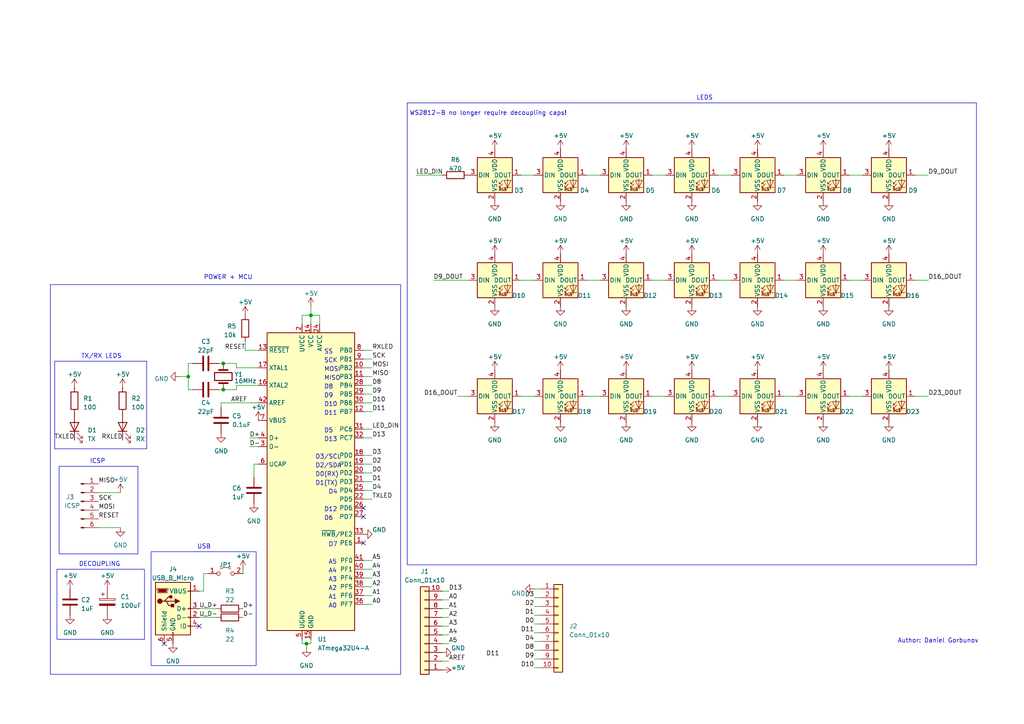
<source format=kicad_sch>
(kicad_sch (version 20230121) (generator eeschema)
  (paper "A4")
  (title_block (title "IEEE - DIY LEDs") (date "2024-03-17") (rev "v1"))
  (lib_symbols
    (symbol "Connector:Conn_01x06_Pin" (pin_names (offset 1.016) hide)
      (property "Reference" "J" (at 0 7.62 0))
      (property "Value" "Conn_01x06_Pin" (at 0 -10.16 0))
      (symbol "Conn_01x06_Pin_1_1"
        (polyline (pts (xy 1.27 -7.62) (xy 0.8636 -7.62)) (stroke (width 0.1524)))
        (polyline (pts (xy 1.27 -5.08) (xy 0.8636 -5.08)) (stroke (width 0.1524)))
        (polyline (pts (xy 1.27 -2.54) (xy 0.8636 -2.54)) (stroke (width 0.1524)))
        (polyline (pts (xy 1.27 0) (xy 0.8636 0)) (stroke (width 0.1524)))
        (polyline (pts (xy 1.27 2.54) (xy 0.8636 2.54)) (stroke (width 0.1524)))
        (polyline (pts (xy 1.27 5.08) (xy 0.8636 5.08)) (stroke (width 0.1524)))
        (rectangle (start 0.8636 -7.493) (end 0 -7.747) (stroke (width 0.1524)) (fill (type outline)))
        (rectangle (start 0.8636 -4.953) (end 0 -5.207) (stroke (width 0.1524)) (fill (type outline)))
        (rectangle (start 0.8636 -2.413) (end 0 -2.667) (stroke (width 0.1524)) (fill (type outline)))
        (rectangle (start 0.8636 0.127) (end 0 -0.127) (stroke (width 0.1524)) (fill (type outline)))
        (rectangle (start 0.8636 2.667) (end 0 2.413) (stroke (width 0.1524)) (fill (type outline)))
        (rectangle (start 0.8636 5.207) (end 0 4.953) (stroke (width 0.1524)) (fill (type outline)))
        (pin passive line (at 5.08 5.08 180) (length 3.81) (name "Pin_1") (number "1"))
        (pin passive line (at 5.08 2.54 180) (length 3.81) (name "Pin_2") (number "2"))
        (pin passive line (at 5.08 0 180) (length 3.81) (name "Pin_3") (number "3"))
        (pin passive line (at 5.08 -2.54 180) (length 3.81) (name "Pin_4") (number "4"))
        (pin passive line (at 5.08 -5.08 180) (length 3.81) (name "Pin_5") (number "5"))
        (pin passive line (at 5.08 -7.62 180) (length 3.81) (name "Pin_6") (number "6"))
      )
    )
    (symbol "Connector:USB_B_Micro" (pin_names (offset 1.016))
      (property "Reference" "J" (at -5.08 11.43 0))
      (property "Value" "USB_B_Micro" (at -5.08 8.89 0))
      (symbol "USB_B_Micro_0_1"
        (rectangle (start -5.08 -7.62) (end 5.08 7.62) (stroke (width 0.254)) (fill (type background)))
        (circle (center -3.81 2.159) (radius 0.635) (stroke (width 0.254)) (fill (type outline)))
        (circle (center -0.635 3.429) (radius 0.381) (stroke (width 0.254)) (fill (type outline)))
        (rectangle (start -0.127 -7.62) (end 0.127 -6.858))
        (polyline (pts (xy -1.905 2.159) (xy 0.635 2.159)) (stroke (width 0.254)))
        (polyline (pts (xy -3.175 2.159) (xy -2.54 2.159) (xy -1.27 3.429) (xy -0.635 3.429)) (stroke (width 0.254)))
        (polyline (pts (xy -2.54 2.159) (xy -1.905 2.159) (xy -1.27 0.889) (xy 0 0.889)) (stroke (width 0.254)))
        (polyline (pts (xy 0.635 2.794) (xy 0.635 1.524) (xy 1.905 2.159) (xy 0.635 2.794)) (stroke (width 0.254)) (fill (type outline)))
        (polyline (pts (xy -4.318 5.588) (xy -1.778 5.588) (xy -2.032 4.826) (xy -4.064 4.826) (xy -4.318 5.588)) (fill (type outline)))
        (polyline (pts (xy -4.699 5.842) (xy -4.699 5.588) (xy -4.445 4.826) (xy -4.445 4.572) (xy -1.651 4.572) (xy -1.651 4.826) (xy -1.397 5.588) (xy -1.397 5.842) (xy -4.699 5.842)))
        (rectangle (start 0.254 1.27) (end -0.508 0.508) (stroke (width 0.254)) (fill (type outline)))
        (rectangle (start 5.08 -5.207) (end 4.318 -4.953))
        (rectangle (start 5.08 -2.667) (end 4.318 -2.413))
        (rectangle (start 5.08 -0.127) (end 4.318 0.127))
        (rectangle (start 5.08 4.953) (end 4.318 5.207))
      )
      (symbol "USB_B_Micro_1_1"
        (pin power_out line (at 7.62 5.08 180) (length 2.54) (name "VBUS") (number "1"))
        (pin bidirectional line (at 7.62 -2.54 180) (length 2.54) (name "D-") (number "2"))
        (pin bidirectional line (at 7.62 0 180) (length 2.54) (name "D+") (number "3"))
        (pin passive line (at 7.62 -5.08 180) (length 2.54) (name "ID") (number "4"))
        (pin power_out line (at 0 -10.16 90) (length 2.54) (name "GND") (number "5"))
        (pin passive line (at -2.54 -10.16 90) (length 2.54) (name "Shield") (number "6"))
      )
    )
    (symbol "Connector_Generic:Conn_01x10" (pin_names (offset 1.016) hide)
      (property "Reference" "J" (at 0 12.7 0))
      (property "Value" "Conn_01x10" (at 0 -15.24 0))
      (symbol "Conn_01x10_1_1"
        (rectangle (start -1.27 -12.573) (end 0 -12.827) (stroke (width 0.1524)))
        (rectangle (start -1.27 -10.033) (end 0 -10.287) (stroke (width 0.1524)))
        (rectangle (start -1.27 -7.493) (end 0 -7.747) (stroke (width 0.1524)))
        (rectangle (start -1.27 -4.953) (end 0 -5.207) (stroke (width 0.1524)))
        (rectangle (start -1.27 -2.413) (end 0 -2.667) (stroke (width 0.1524)))
        (rectangle (start -1.27 0.127) (end 0 -0.127) (stroke (width 0.1524)))
        (rectangle (start -1.27 2.667) (end 0 2.413) (stroke (width 0.1524)))
        (rectangle (start -1.27 5.207) (end 0 4.953) (stroke (width 0.1524)))
        (rectangle (start -1.27 7.747) (end 0 7.493) (stroke (width 0.1524)))
        (rectangle (start -1.27 10.287) (end 0 10.033) (stroke (width 0.1524)))
        (rectangle (start -1.27 11.43) (end 1.27 -13.97) (stroke (width 0.254)) (fill (type background)))
        (pin passive line (at -5.08 10.16 0) (length 3.81) (name "Pin_1") (number "1"))
        (pin passive line (at -5.08 -12.7 0) (length 3.81) (name "Pin_10") (number "10"))
        (pin passive line (at -5.08 7.62 0) (length 3.81) (name "Pin_2") (number "2"))
        (pin passive line (at -5.08 5.08 0) (length 3.81) (name "Pin_3") (number "3"))
        (pin passive line (at -5.08 2.54 0) (length 3.81) (name "Pin_4") (number "4"))
        (pin passive line (at -5.08 0 0) (length 3.81) (name "Pin_5") (number "5"))
        (pin passive line (at -5.08 -2.54 0) (length 3.81) (name "Pin_6") (number "6"))
        (pin passive line (at -5.08 -5.08 0) (length 3.81) (name "Pin_7") (number "7"))
        (pin passive line (at -5.08 -7.62 0) (length 3.81) (name "Pin_8") (number "8"))
        (pin passive line (at -5.08 -10.16 0) (length 3.81) (name "Pin_9") (number "9"))
      )
    )
    (symbol "Device:C" (pin_numbers hide) (pin_names (offset 0.254))
      (property "Reference" "C" (at 0.635 2.54 0))
      (property "Value" "C" (at 0.635 -2.54 0))
      (symbol "C_0_1"
        (polyline (pts (xy -2.032 -0.762) (xy 2.032 -0.762)) (stroke (width 0.508)))
        (polyline (pts (xy -2.032 0.762) (xy 2.032 0.762)) (stroke (width 0.508)))
      )
      (symbol "C_1_1"
        (pin passive line (at 0 3.81 270) (length 2.794) (name "~") (number "1"))
        (pin passive line (at 0 -3.81 90) (length 2.794) (name "~") (number "2"))
      )
    )
    (symbol "Device:C_Polarized" (pin_numbers hide) (pin_names (offset 0.254))
      (property "Reference" "C" (at 0.635 2.54 0))
      (property "Value" "C_Polarized" (at 0.635 -2.54 0))
      (symbol "C_Polarized_0_1"
        (rectangle (start -2.286 0.508) (end 2.286 1.016))
        (polyline (pts (xy -1.778 2.286) (xy -0.762 2.286)))
        (polyline (pts (xy -1.27 2.794) (xy -1.27 1.778)))
        (rectangle (start 2.286 -0.508) (end -2.286 -1.016) (fill (type outline)))
      )
      (symbol "C_Polarized_1_1"
        (pin passive line (at 0 3.81 270) (length 2.794) (name "~") (number "1"))
        (pin passive line (at 0 -3.81 90) (length 2.794) (name "~") (number "2"))
      )
    )
    (symbol "Device:Crystal" (pin_numbers hide) (pin_names (offset 1.016) hide)
      (property "Reference" "Y" (at 0 3.81 0))
      (property "Value" "Crystal" (at 0 -3.81 0))
      (symbol "Crystal_0_1"
        (rectangle (start -1.143 2.54) (end 1.143 -2.54) (stroke (width 0.3048)))
        (polyline (pts (xy -2.54 0) (xy -1.905 0)))
        (polyline (pts (xy -1.905 -1.27) (xy -1.905 1.27)) (stroke (width 0.508)))
        (polyline (pts (xy 1.905 -1.27) (xy 1.905 1.27)) (stroke (width 0.508)))
        (polyline (pts (xy 2.54 0) (xy 1.905 0)))
      )
      (symbol "Crystal_1_1"
        (pin passive line (at -3.81 0 0) (length 1.27) (name "1") (number "1"))
        (pin passive line (at 3.81 0 180) (length 1.27) (name "2") (number "2"))
      )
    )
    (symbol "Device:LED" (pin_numbers hide) (pin_names (offset 1.016) hide)
      (property "Reference" "D" (at 0 2.54 0))
      (property "Value" "LED" (at 0 -2.54 0))
      (symbol "LED_0_1"
        (polyline (pts (xy -1.27 -1.27) (xy -1.27 1.27)) (stroke (width 0.254)))
        (polyline (pts (xy -1.27 0) (xy 1.27 0)))
        (polyline (pts (xy 1.27 -1.27) (xy 1.27 1.27) (xy -1.27 0) (xy 1.27 -1.27)) (stroke (width 0.254)))
        (polyline (pts (xy -3.048 -0.762) (xy -4.572 -2.286) (xy -3.81 -2.286) (xy -4.572 -2.286) (xy -4.572 -1.524)))
        (polyline (pts (xy -1.778 -0.762) (xy -3.302 -2.286) (xy -2.54 -2.286) (xy -3.302 -2.286) (xy -3.302 -1.524)))
      )
      (symbol "LED_1_1"
        (pin passive line (at -3.81 0 0) (length 2.54) (name "K") (number "1"))
        (pin passive line (at 3.81 0 180) (length 2.54) (name "A") (number "2"))
      )
    )
    (symbol "Device:R" (pin_numbers hide) (pin_names (offset 0))
      (property "Reference" "R" (at 2.032 0 90))
      (property "Value" "R" (at 0 0 90))
      (symbol "R_0_1"
        (rectangle (start -1.016 -2.54) (end 1.016 2.54) (stroke (width 0.254)))
      )
      (symbol "R_1_1"
        (pin passive line (at 0 3.81 270) (length 1.27) (name "~") (number "1"))
        (pin passive line (at 0 -3.81 90) (length 1.27) (name "~") (number "2"))
      )
    )
    (symbol "Jumper:Jumper_2_Open" (pin_names (offset 0) hide)
      (property "Reference" "JP" (at 0 2.794 0))
      (property "Value" "Jumper_2_Open" (at 0 -2.286 0))
      (symbol "Jumper_2_Open_0_0"
        (circle (center -2.032 0) (radius 0.508))
        (circle (center 2.032 0) (radius 0.508))
      )
      (symbol "Jumper_2_Open_0_1"
        (arc (start 1.524 1.27) (mid 0 1.778) (end -1.524 1.27))
      )
      (symbol "Jumper_2_Open_1_1"
        (pin passive line (at -5.08 0 0) (length 2.54) (name "A") (number "1"))
        (pin passive line (at 5.08 0 180) (length 2.54) (name "B") (number "2"))
      )
    )
    (symbol "LED:SK6812MINI" (pin_names (offset 0.254))
      (property "Reference" "D" (at 5.08 5.715 0))
      (property "Value" "SK6812MINI" (at 1.27 -5.715 0))
      (symbol "SK6812MINI_0_0"
        (text "RGB" (at 2.286 -4.191 0) (effects (font (size 0.762 0.762))))
      )
      (symbol "SK6812MINI_0_1"
        (polyline (pts (xy 1.27 -3.556) (xy 1.778 -3.556)))
        (polyline (pts (xy 1.27 -2.54) (xy 1.778 -2.54)))
        (polyline (pts (xy 4.699 -3.556) (xy 2.667 -3.556)))
        (polyline (pts (xy 2.286 -2.54) (xy 1.27 -3.556) (xy 1.27 -3.048)))
        (polyline (pts (xy 2.286 -1.524) (xy 1.27 -2.54) (xy 1.27 -2.032)))
        (polyline (pts (xy 3.683 -1.016) (xy 3.683 -3.556) (xy 3.683 -4.064)))
        (polyline (pts (xy 4.699 -1.524) (xy 2.667 -1.524) (xy 3.683 -3.556) (xy 4.699 -1.524)))
        (rectangle (start 5.08 5.08) (end -5.08 -5.08) (stroke (width 0.254)) (fill (type background)))
      )
      (symbol "SK6812MINI_1_1"
        (pin output line (at 7.62 0 180) (length 2.54) (name "DOUT") (number "1"))
        (pin power_in line (at 0 -7.62 90) (length 2.54) (name "VSS") (number "2"))
        (pin input line (at -7.62 0 0) (length 2.54) (name "DIN") (number "3"))
        (pin power_in line (at 0 7.62 270) (length 2.54) (name "VDD") (number "4"))
      )
    )
    (symbol "MCU_Microchip_ATmega:ATmega32U4-A"
      (property "Reference" "U" (at -12.7 44.45 0))
      (property "Value" "ATmega32U4-A" (at 2.54 -44.45 0))
      (symbol "ATmega32U4-A_0_1"
        (rectangle (start -12.7 -43.18) (end 12.7 43.18) (stroke (width 0.254)) (fill (type background)))
      )
      (symbol "ATmega32U4-A_1_1"
        (pin bidirectional line (at 15.24 -17.78 180) (length 2.54) (name "PE6") (number "1"))
        (pin bidirectional line (at 15.24 33.02 180) (length 2.54) (name "PB2") (number "10"))
        (pin bidirectional line (at 15.24 30.48 180) (length 2.54) (name "PB3") (number "11"))
        (pin bidirectional line (at 15.24 20.32 180) (length 2.54) (name "PB7") (number "12"))
        (pin input line (at -15.24 38.1 0) (length 2.54) (name "~{RESET}") (number "13"))
        (pin power_in line (at 0 45.72 270) (length 2.54) (name "VCC") (number "14"))
        (pin power_in line (at 0 -45.72 90) (length 2.54) (name "GND") (number "15"))
        (pin output line (at -15.24 27.94 0) (length 2.54) (name "XTAL2") (number "16"))
        (pin input line (at -15.24 33.02 0) (length 2.54) (name "XTAL1") (number "17"))
        (pin bidirectional line (at 15.24 7.62 180) (length 2.54) (name "PD0") (number "18"))
        (pin bidirectional line (at 15.24 5.08 180) (length 2.54) (name "PD1") (number "19"))
        (pin power_in line (at -2.54 45.72 270) (length 2.54) (name "UVCC") (number "2"))
        (pin bidirectional line (at 15.24 2.54 180) (length 2.54) (name "PD2") (number "20"))
        (pin bidirectional line (at 15.24 0 180) (length 2.54) (name "PD3") (number "21"))
        (pin bidirectional line (at 15.24 -5.08 180) (length 2.54) (name "PD5") (number "22"))
        (pin passive line (at 0 -45.72 90) (length 2.54) hide (name "GND") (number "23"))
        (pin power_in line (at 2.54 45.72 270) (length 2.54) (name "AVCC") (number "24"))
        (pin bidirectional line (at 15.24 -2.54 180) (length 2.54) (name "PD4") (number "25"))
        (pin bidirectional line (at 15.24 -7.62 180) (length 2.54) (name "PD6") (number "26"))
        (pin bidirectional line (at 15.24 -10.16 180) (length 2.54) (name "PD7") (number "27"))
        (pin bidirectional line (at 15.24 27.94 180) (length 2.54) (name "PB4") (number "28"))
        (pin bidirectional line (at 15.24 25.4 180) (length 2.54) (name "PB5") (number "29"))
        (pin bidirectional line (at -15.24 10.16 0) (length 2.54) (name "D-") (number "3"))
        (pin bidirectional line (at 15.24 22.86 180) (length 2.54) (name "PB6") (number "30"))
        (pin bidirectional line (at 15.24 15.24 180) (length 2.54) (name "PC6") (number "31"))
        (pin bidirectional line (at 15.24 12.7 180) (length 2.54) (name "PC7") (number "32"))
        (pin bidirectional line (at 15.24 -15.24 180) (length 2.54) (name "~{HWB}/PE2") (number "33"))
        (pin passive line (at 0 45.72 270) (length 2.54) hide (name "VCC") (number "34"))
        (pin passive line (at 0 -45.72 90) (length 2.54) hide (name "GND") (number "35"))
        (pin bidirectional line (at 15.24 -35.56 180) (length 2.54) (name "PF7") (number "36"))
        (pin bidirectional line (at 15.24 -33.02 180) (length 2.54) (name "PF6") (number "37"))
        (pin bidirectional line (at 15.24 -30.48 180) (length 2.54) (name "PF5") (number "38"))
        (pin bidirectional line (at 15.24 -27.94 180) (length 2.54) (name "PF4") (number "39"))
        (pin bidirectional line (at -15.24 12.7 0) (length 2.54) (name "D+") (number "4"))
        (pin bidirectional line (at 15.24 -25.4 180) (length 2.54) (name "PF1") (number "40"))
        (pin bidirectional line (at 15.24 -22.86 180) (length 2.54) (name "PF0") (number "41"))
        (pin passive line (at -15.24 22.86 0) (length 2.54) (name "AREF") (number "42"))
        (pin passive line (at 0 -45.72 90) (length 2.54) hide (name "GND") (number "43"))
        (pin passive line (at 2.54 45.72 270) (length 2.54) hide (name "AVCC") (number "44"))
        (pin passive line (at -2.54 -45.72 90) (length 2.54) (name "UGND") (number "5"))
        (pin passive line (at -15.24 5.08 0) (length 2.54) (name "UCAP") (number "6"))
        (pin input line (at -15.24 17.78 0) (length 2.54) (name "VBUS") (number "7"))
        (pin bidirectional line (at 15.24 38.1 180) (length 2.54) (name "PB0") (number "8"))
        (pin bidirectional line (at 15.24 35.56 180) (length 2.54) (name "PB1") (number "9"))
      )
    )
    (symbol "power:+5V" (power) (pin_names (offset 0))
      (property "Value" "+5V" (at 0 3.556 0))
      (symbol "+5V_0_1"
        (polyline (pts (xy -0.762 1.27) (xy 0 2.54)))
        (polyline (pts (xy 0 0) (xy 0 2.54)))
        (polyline (pts (xy 0 2.54) (xy 0.762 1.27)))
      )
      (symbol "+5V_1_1"
        (pin power_in line (at 0 0 90) (length 0) hide (name "+5V") (number "1"))
      )
    )
    (symbol "power:GND" (power) (pin_names (offset 0))
      (property "Value" "GND" (at 0 -3.81 0))
      (symbol "GND_0_1"
        (polyline (pts (xy 0 0) (xy 0 -1.27) (xy 1.27 -1.27) (xy 0 -2.54) (xy -1.27 -1.27) (xy 0 -1.27)))
      )
      (symbol "GND_1_1"
        (pin power_in line (at 0 0 270) (length 0) hide (name "GND") (number "1"))
      )
    )
  )
  (junction (at 54.61 109.22))
  (junction (at 64.77 105.41))
  (junction (at 90.17 91.44))
  (junction (at 64.77 113.03))
  (junction (at 88.9 186.69))
  (no_connect (at 105.41 157.48))
  (no_connect (at 105.41 149.86))
  (no_connect (at 57.785 181.61))
  (no_connect (at 105.41 147.32))
  (no_connect (at 47.625 186.69))
  (wire (pts (xy 128.27 171.45) (xy 130.175 171.45)))
  (wire (pts (xy 105.41 137.16) (xy 107.95 137.16)))
  (wire (pts (xy 154.94 186.055) (xy 156.845 186.055)))
  (wire (pts (xy 105.41 132.08) (xy 107.95 132.08)))
  (wire (pts (xy 63.5 105.41) (xy 64.77 105.41)))
  (wire (pts (xy 132.715 114.935) (xy 135.89 114.935)))
  (wire (pts (xy 105.41 116.84) (xy 107.95 116.84)))
  (wire (pts (xy 227.33 50.8) (xy 231.14 50.8)))
  (wire (pts (xy 154.94 188.595) (xy 156.845 188.595)))
  (wire (pts (xy 105.41 101.6) (xy 107.95 101.6)))
  (wire (pts (xy 63.5 113.03) (xy 64.77 113.03)))
  (wire (pts (xy 87.63 185.42) (xy 87.63 186.69)))
  (wire (pts (xy 189.23 114.935) (xy 193.04 114.935)))
  (wire (pts (xy 64.135 116.84) (xy 74.93 116.84)))
  (wire (pts (xy 128.27 184.15) (xy 130.175 184.15)))
  (wire (pts (xy 68.58 111.76) (xy 68.58 113.03)))
  (wire (pts (xy 105.41 104.14) (xy 107.95 104.14)))
  (wire (pts (xy 105.41 111.76) (xy 107.95 111.76)))
  (wire (pts (xy 105.41 167.64) (xy 107.95 167.64)))
  (wire (pts (xy 107.95 106.68) (xy 105.41 106.68)))
  (wire (pts (xy 128.27 186.69) (xy 130.175 186.69)))
  (wire (pts (xy 105.41 124.46) (xy 107.95 124.46)))
  (wire (pts (xy 105.41 134.62) (xy 107.95 134.62)))
  (wire (pts (xy 74.93 106.68) (xy 68.58 106.68)))
  (wire (pts (xy 54.61 113.03) (xy 55.88 113.03)))
  (wire (pts (xy 128.27 173.99) (xy 130.175 173.99)))
  (wire (pts (xy 189.23 81.28) (xy 193.04 81.28)))
  (wire (pts (xy 154.94 191.135) (xy 156.845 191.135)))
  (wire (pts (xy 128.27 191.77) (xy 130.175 191.77)))
  (wire (pts (xy 59.055 166.37) (xy 59.055 171.45)))
  (wire (pts (xy 54.61 105.41) (xy 54.61 109.22)))
  (wire (pts (xy 170.18 114.935) (xy 173.99 114.935)))
  (wire (pts (xy 170.18 81.28) (xy 173.99 81.28)))
  (wire (pts (xy 246.38 114.935) (xy 250.19 114.935)))
  (wire (pts (xy 105.41 175.26) (xy 107.95 175.26)))
  (wire (pts (xy 34.925 153.035) (xy 28.575 153.035)))
  (wire (pts (xy 105.41 127) (xy 107.95 127)))
  (wire (pts (xy 105.41 165.1) (xy 107.95 165.1)))
  (wire (pts (xy 90.17 186.69) (xy 88.9 186.69)))
  (wire (pts (xy 105.41 142.24) (xy 107.95 142.24)))
  (wire (pts (xy 72.39 127) (xy 74.93 127)))
  (wire (pts (xy 208.28 81.28) (xy 212.09 81.28)))
  (wire (pts (xy 73.66 134.62) (xy 74.93 134.62)))
  (wire (pts (xy 105.41 144.78) (xy 107.95 144.78)))
  (wire (pts (xy 59.055 171.45) (xy 57.785 171.45)))
  (wire (pts (xy 68.58 105.41) (xy 64.77 105.41)))
  (wire (pts (xy 62.865 176.53) (xy 57.785 176.53)))
  (wire (pts (xy 120.65 50.8) (xy 128.27 50.8)))
  (wire (pts (xy 68.58 113.03) (xy 64.77 113.03)))
  (wire (pts (xy 151.13 114.935) (xy 154.94 114.935)))
  (wire (pts (xy 90.17 91.44) (xy 90.17 88.9)))
  (wire (pts (xy 62.865 179.07) (xy 57.785 179.07)))
  (wire (pts (xy 154.94 170.815) (xy 156.845 170.815)))
  (wire (pts (xy 105.41 172.72) (xy 107.95 172.72)))
  (wire (pts (xy 87.63 186.69) (xy 88.9 186.69)))
  (wire (pts (xy 265.43 114.935) (xy 269.24 114.935)))
  (wire (pts (xy 68.58 106.68) (xy 68.58 105.41)))
  (wire (pts (xy 154.94 193.675) (xy 156.845 193.675)))
  (wire (pts (xy 265.43 81.28) (xy 269.24 81.28)))
  (wire (pts (xy 90.17 91.44) (xy 90.17 93.98)))
  (wire (pts (xy 151.13 81.28) (xy 154.94 81.28)))
  (wire (pts (xy 154.94 180.975) (xy 156.845 180.975)))
  (wire (pts (xy 92.71 93.98) (xy 92.71 91.44)))
  (wire (pts (xy 105.41 119.38) (xy 107.95 119.38)))
  (wire (pts (xy 208.28 50.8) (xy 212.09 50.8)))
  (wire (pts (xy 105.41 170.18) (xy 107.95 170.18)))
  (wire (pts (xy 87.63 91.44) (xy 90.17 91.44)))
  (wire (pts (xy 151.13 50.8) (xy 154.94 50.8)))
  (wire (pts (xy 72.39 129.54) (xy 74.93 129.54)))
  (wire (pts (xy 71.12 99.06) (xy 71.12 101.6)))
  (wire (pts (xy 70.485 165.1) (xy 70.485 166.37)))
  (wire (pts (xy 128.27 179.07) (xy 130.175 179.07)))
  (wire (pts (xy 88.9 186.69) (xy 88.9 187.96)))
  (wire (pts (xy 71.12 101.6) (xy 74.93 101.6)))
  (wire (pts (xy 60.325 166.37) (xy 59.055 166.37)))
  (wire (pts (xy 128.27 176.53) (xy 130.175 176.53)))
  (wire (pts (xy 189.23 50.8) (xy 193.04 50.8)))
  (wire (pts (xy 105.41 114.3) (xy 107.95 114.3)))
  (wire (pts (xy 227.33 114.935) (xy 231.14 114.935)))
  (wire (pts (xy 54.61 109.22) (xy 52.07 109.22)))
  (wire (pts (xy 208.28 114.935) (xy 212.09 114.935)))
  (wire (pts (xy 246.38 81.28) (xy 250.19 81.28)))
  (wire (pts (xy 246.38 50.8) (xy 250.19 50.8)))
  (wire (pts (xy 265.43 50.8) (xy 269.24 50.8)))
  (wire (pts (xy 154.94 175.895) (xy 156.845 175.895)))
  (wire (pts (xy 34.925 142.875) (xy 28.575 142.875)))
  (wire (pts (xy 105.41 109.22) (xy 107.95 109.22)))
  (wire (pts (xy 128.27 181.61) (xy 130.175 181.61)))
  (wire (pts (xy 54.61 109.22) (xy 54.61 113.03)))
  (wire (pts (xy 125.73 81.28) (xy 135.89 81.28)))
  (wire (pts (xy 64.135 116.84) (xy 64.135 118.11)))
  (wire (pts (xy 154.94 183.515) (xy 156.845 183.515)))
  (wire (pts (xy 105.41 162.56) (xy 107.95 162.56)))
  (wire (pts (xy 170.18 50.8) (xy 173.99 50.8)))
  (wire (pts (xy 92.71 91.44) (xy 90.17 91.44)))
  (wire (pts (xy 90.17 185.42) (xy 90.17 186.69)))
  (wire (pts (xy 54.61 105.41) (xy 55.88 105.41)))
  (wire (pts (xy 227.33 81.28) (xy 231.14 81.28)))
  (wire (pts (xy 154.94 173.355) (xy 156.845 173.355)))
  (wire (pts (xy 74.93 111.76) (xy 68.58 111.76)))
  (wire (pts (xy 154.94 178.435) (xy 156.845 178.435)))
  (wire (pts (xy 105.41 139.7) (xy 107.95 139.7)))
  (wire (pts (xy 73.66 138.43) (xy 73.66 134.62)))
  (wire (pts (xy 87.63 93.98) (xy 87.63 91.44)))
  (rectangle (start 118.11 29.845) (end 283.21 163.83))
  (rectangle (start 15.875 104.775) (end 42.545 130.175))
  (rectangle (start 14.605 82.55) (end 116.205 195.58))
  (rectangle (start 16.51 165.1) (end 41.91 185.42))
  (rectangle (start 17.145 135.255) (end 40.005 160.655))
  (rectangle (start 43.815 160.02) (end 74.295 193.04))
  (text "MOSI" (at 93.98 107.95 0) (effects (font (size 1.27 1.27)) (justify left bottom)))
  (text "D4" (at 95.25 143.51 0) (effects (font (size 1.27 1.27)) (justify left bottom)))
  (text "A4" (at 95.25 166.37 0) (effects (font (size 1.27 1.27)) (justify left bottom)))
  (text "D2/SDA" (at 91.44 135.89 0) (effects (font (size 1.27 1.27)) (justify left bottom)))
  (text "LEDS" (at 201.93 29.21 0) (effects (font (size 1.27 1.27)) (justify left bottom)))
  (text "D8" (at 93.98 113.03 0) (effects (font (size 1.27 1.27)) (justify left bottom)))
  (text "D11" (at 93.98 120.65 0) (effects (font (size 1.27 1.27)) (justify left bottom)))
  (text "D3/SCL" (at 91.44 133.35 0) (effects (font (size 1.27 1.27)) (justify left bottom)))
  (text "USB" (at 57.15 159.385 0) (effects (font (size 1.27 1.27)) (justify left bottom)))
  (text "D9" (at 93.98 115.57 0) (effects (font (size 1.27 1.27)) (justify left bottom)))
  (text "A2" (at 95.25 171.45 0) (effects (font (size 1.27 1.27)) (justify left bottom)))
  (text "DECOUPLING" (at 22.86 164.465 0) (effects (font (size 1.27 1.27)) (justify left bottom)))
  (text "D6" (at 93.98 151.13 0) (effects (font (size 1.27 1.27)) (justify left bottom)))
  (text "D1(TX)" (at 91.44 140.97 0) (effects (font (size 1.27 1.27)) (justify left bottom)))
  (text "A1" (at 95.25 173.99 0) (effects (font (size 1.27 1.27)) (justify left bottom)))
  (text "D13" (at 93.98 128.27 0) (effects (font (size 1.27 1.27)) (justify left bottom)))
  (text "D5" (at 93.98 125.73 0) (effects (font (size 1.27 1.27)) (justify left bottom)))
  (text "A0" (at 95.25 176.53 0) (effects (font (size 1.27 1.27)) (justify left bottom)))
  (text "WS2812-B no longer require decoupling caps!" (at 118.745 33.655 0) (effects (font (size 1.27 1.27)) (justify left bottom)))
  (text "Author: Daniel Gorbunov" (at 260.35 186.69 0) (effects (font (size 1.27 1.27)) (justify left bottom)))
  (text "MISO" (at 93.98 110.49 0) (effects (font (size 1.27 1.27)) (justify left bottom)))
  (text "D10" (at 93.98 118.11 0) (effects (font (size 1.27 1.27)) (justify left bottom)))
  (text "SS" (at 93.98 102.87 0) (effects (font (size 1.27 1.27)) (justify left bottom)))
  (text "A5" (at 95.25 163.83 0) (effects (font (size 1.27 1.27)) (justify left bottom)))
  (text "A3" (at 95.25 168.91 0) (effects (font (size 1.27 1.27)) (justify left bottom)))
  (text "POWER + MCU" (at 59.055 81.28 0) (effects (font (size 1.27 1.27)) (justify left bottom)))
  (text "TX/RX LEDS" (at 23.495 104.14 0) (effects (font (size 1.27 1.27)) (justify left bottom)))
  (text "ICSP" (at 26.035 134.62 0) (effects (font (size 1.27 1.27)) (justify left bottom)))
  (text "SCK" (at 93.98 105.41 0) (effects (font (size 1.27 1.27)) (justify left bottom)))
  (text "D12" (at 93.98 148.59 0) (effects (font (size 1.27 1.27)) (justify left bottom)))
  (text "D0(RX)" (at 91.44 138.43 0) (effects (font (size 1.27 1.27)) (justify left bottom)))
  (text "D7" (at 95.25 158.75 0) (effects (font (size 1.27 1.27)) (justify left bottom)))
  (label "A3" (at 130.175 181.61 0))
  (label "A5" (at 107.95 162.56 0))
  (label "A2" (at 130.175 179.07 0))
  (label "A4" (at 107.95 165.1 0))
  (label "D0" (at 154.94 180.975 180))
  (label "SCK" (at 107.95 104.14 0))
  (label "TXLED" (at 21.59 127.635 180))
  (label "D-" (at 72.39 129.54 0))
  (label "D1" (at 107.95 139.7 0))
  (label "AREF" (at 71.755 116.84 180))
  (label "A0" (at 107.95 175.26 0))
  (label "D2" (at 107.95 134.62 0))
  (label "LED_DIN" (at 107.95 124.46 0))
  (label "D13" (at 130.175 171.45 0))
  (label "D16_DOUT" (at 269.24 81.28 0))
  (label "SCK" (at 28.575 145.415 0))
  (label "U_D-" (at 57.785 179.07 0))
  (label "LED_DIN" (at 120.65 50.8 0))
  (label "RXLED" (at 35.56 127.635 180))
  (label "D10" (at 107.95 116.84 0))
  (label "D16_DOUT" (at 132.715 114.935 180))
  (label "RESET" (at 71.12 101.6 180))
  (label "D11" (at 140.97 190.5 0))
  (label "D2" (at 154.94 175.895 180))
  (label "A2" (at 107.95 170.18 0))
  (label "D3" (at 154.94 173.355 180))
  (label "D1" (at 154.94 178.435 180))
  (label "D0" (at 107.95 137.16 0))
  (label "A5" (at 130.175 186.69 0))
  (label "D4" (at 107.95 142.24 0))
  (label "D13" (at 107.95 127 0))
  (label "A1" (at 130.175 176.53 0))
  (label "D9" (at 107.95 114.3 0))
  (label "D8" (at 154.94 188.595 180))
  (label "D-" (at 70.485 179.07 0))
  (label "MOSI" (at 28.575 147.955 0))
  (label "D3" (at 107.95 132.08 0))
  (label "A4" (at 130.175 184.15 0))
  (label "TXLED" (at 107.95 144.78 0))
  (label "D10" (at 154.94 193.675 180))
  (label "RXLED" (at 107.95 101.6 0))
  (label "D23_DOUT" (at 269.24 114.935 0))
  (label "D+" (at 70.485 176.53 0))
  (label "A0" (at 130.175 173.99 0))
  (label "D11" (at 154.94 183.515 180))
  (label "A1" (at 107.95 172.72 0))
  (label "RESET" (at 28.575 150.495 0))
  (label "MISO" (at 107.95 109.22 0))
  (label "D9_DOUT" (at 125.73 81.28 0))
  (label "MISO" (at 28.575 140.335 0))
  (label "D+" (at 72.39 127 0))
  (label "D9_DOUT" (at 269.24 50.8 0))
  (label "MOSI" (at 107.95 106.68 0))
  (label "D4" (at 154.94 186.055 180))
  (label "U_D+" (at 57.785 176.53 0))
  (label "D9" (at 154.94 191.135 180))
  (label "D11" (at 107.95 119.38 0))
  (label "A3" (at 107.95 167.64 0))
  (label "AREF" (at 130.175 191.77 0))
  (label "D8" (at 107.95 111.76 0))
  (symbol (lib_id "power:+5V") (at 70.485 165.1 0) (unit 1)
    (property "Reference" "#PWR016" (effects hide))
    (property "Value" "+5V" (at 70.485 161.29 0))
  )
  (symbol (lib_id "power:GND") (at 162.56 58.42 0) (unit 1)
    (property "Reference" "#PWR024" (effects hide))
    (property "Value" "GND" (at 162.56 63.5 0))
  )
  (symbol (lib_id "power:+5V") (at 74.93 121.92 0) (unit 1)
    (property "Reference" "#PWR017" (effects hide))
    (property "Value" "+5V" (at 74.93 118.11 0))
  )
  (symbol (lib_id "Device:R") (at 66.675 179.07 270) (unit 1)
    (property "Reference" "R4" (at 66.675 182.88 90))
    (property "Value" "22" (at 66.675 185.42 90))
    (property "Footprint" "Resistor_SMD:R_0805_2012Metric_Pad1.20x1.40mm_HandSolder" (effects hide))
  )
  (symbol (lib_id "power:+5V") (at 181.61 43.18 0) (unit 1)
    (property "Reference" "#PWR03" (effects hide))
    (property "Value" "+5V" (at 181.61 39.37 0))
  )
  (symbol (lib_id "power:GND") (at 73.66 146.05 0) (unit 1)
    (property "Reference" "#PWR015" (effects hide))
    (property "Value" "GND" (at 73.66 151.13 0))
  )
  (symbol (lib_id "power:+5V") (at 143.51 107.315 0) (unit 1)
    (property "Reference" "#PWR050" (effects hide))
    (property "Value" "+5V" (at 143.51 103.505 0))
  )
  (symbol (lib_id "LED:SK6812MINI") (at 143.51 50.8 0) (unit 1)
    (property "Reference" "D3" (at 150.495 55.245 0))
    (property "Value" "SK6812MINI" (effects hide))
    (property "Footprint" "LED_SMD:LED_SK6812MINI_PLCC4_3.5x3.5mm_P1.75mm" (effects hide))
    (property "Datasheet" "https://cdn-shop.adafruit.com/product-files/2686/SK6812MINI_REV.01-1-2.pdf" (effects hide))
  )
  (symbol (lib_id "power:+5V") (at 143.51 73.66 0) (unit 1)
    (property "Reference" "#PWR031" (effects hide))
    (property "Value" "+5V" (at 143.51 69.85 0))
  )
  (symbol (lib_id "power:+5V") (at 90.17 88.9 0) (unit 1)
    (property "Reference" "#PWR046" (effects hide))
    (property "Value" "+5V" (at 90.17 85.09 0))
  )
  (symbol (lib_id "LED:SK6812MINI") (at 257.81 114.935 0) (unit 1)
    (property "Reference" "D23" (at 264.795 119.38 0))
    (property "Value" "SK6812MINI" (effects hide))
    (property "Footprint" "LED_SMD:LED_SK6812MINI_PLCC4_3.5x3.5mm_P1.75mm" (effects hide))
    (property "Datasheet" "https://cdn-shop.adafruit.com/product-files/2686/SK6812MINI_REV.01-1-2.pdf" (effects hide))
  )
  (symbol (lib_id "power:GND") (at 162.56 88.9 0) (unit 1)
    (property "Reference" "#PWR034" (effects hide))
    (property "Value" "GND" (at 162.56 93.98 0))
  )
  (symbol (lib_id "MCU_Microchip_ATmega:ATmega32U4-A") (at 90.17 139.7 0) (unit 1)
    (property "Reference" "U1" (at 92.1259 185.42 0) (effects (justify left)))
    (property "Value" "ATmega32U4-A" (at 92.1259 187.96 0) (effects (justify left)))
    (property "Footprint" "Package_QFP:TQFP-44_10x10mm_P0.8mm" (effects hide))
    (property "Datasheet" "http://ww1.microchip.com/downloads/en/DeviceDoc/Atmel-7766-8-bit-AVR-ATmega16U4-32U4_Datasheet.pdf" (effects hide))
  )
  (symbol (lib_id "LED:SK6812MINI") (at 257.81 50.8 0) (unit 1)
    (property "Reference" "D9" (at 264.795 55.245 0))
    (property "Value" "SK6812MINI" (effects hide))
    (property "Footprint" "LED_SMD:LED_SK6812MINI_PLCC4_3.5x3.5mm_P1.75mm" (effects hide))
    (property "Datasheet" "https://cdn-shop.adafruit.com/product-files/2686/SK6812MINI_REV.01-1-2.pdf" (effects hide))
  )
  (symbol (lib_id "Device:R") (at 66.675 176.53 270) (unit 1)
    (property "Reference" "R3" (at 66.675 171.45 90))
    (property "Value" "22" (at 66.675 173.99 90))
    (property "Footprint" "Resistor_SMD:R_0805_2012Metric_Pad1.20x1.40mm_HandSolder" (effects hide))
  )
  (symbol (lib_id "power:+5V") (at 238.76 73.66 0) (unit 1)
    (property "Reference" "#PWR041" (effects hide))
    (property "Value" "+5V" (at 238.76 69.85 0))
  )
  (symbol (lib_id "Device:LED") (at 21.59 123.825 90) (unit 1)
    (property "Reference" "D1" (at 25.4 124.7775 90) (effects (justify right)))
    (property "Value" "TX" (at 25.4 127.3175 90) (effects (justify right)))
    (property "Footprint" "LED_SMD:LED_0805_2012Metric_Pad1.15x1.40mm_HandSolder" (effects hide))
  )
  (symbol (lib_id "Connector:Conn_01x06_Pin") (at 23.495 145.415 0) (unit 1)
    (property "Reference" "J3" (at 20.32 144.145 0))
    (property "Value" "ICSP" (at 20.955 146.685 0))
    (property "Footprint" "Connector_PinHeader_2.54mm:PinHeader_2x03_P2.54mm_Vertical" (effects hide))
  )
  (symbol (lib_id "power:GND") (at 257.81 88.9 0) (unit 1)
    (property "Reference" "#PWR044" (effects hide))
    (property "Value" "GND" (at 257.81 93.98 0))
  )
  (symbol (lib_id "power:GND") (at 20.32 178.435 0) (unit 1)
    (property "Reference" "#PWR08" (effects hide))
    (property "Value" "GND" (at 20.32 183.515 0))
  )
  (symbol (lib_id "power:+5V") (at 35.56 112.395 0) (unit 1)
    (property "Reference" "#PWR06" (effects hide))
    (property "Value" "+5V" (at 35.56 108.585 0))
  )
  (symbol (lib_id "Connector_Generic:Conn_01x10") (at 161.925 180.975 0) (unit 1)
    (property "Reference" "J2" (at 165.1 181.61 0) (effects (justify left)))
    (property "Value" "Conn_01x10" (at 165.1 184.15 0) (effects (justify left)))
    (property "Footprint" "Connector_PinHeader_2.54mm:PinHeader_1x10_P2.54mm_Vertical" (effects hide))
  )
  (symbol (lib_id "LED:SK6812MINI") (at 143.51 81.28 0) (unit 1)
    (property "Reference" "D10" (at 150.495 85.725 0))
    (property "Value" "SK6812MINI" (effects hide))
    (property "Footprint" "LED_SMD:LED_SK6812MINI_PLCC4_3.5x3.5mm_P1.75mm" (effects hide))
    (property "Datasheet" "https://cdn-shop.adafruit.com/product-files/2686/SK6812MINI_REV.01-1-2.pdf" (effects hide))
  )
  (symbol (lib_id "Device:C") (at 73.66 142.24 0) (unit 1)
    (property "Reference" "C6" (at 67.31 141.605 0) (effects (justify left)))
    (property "Value" "1uF" (at 67.31 144.145 0) (effects (justify left)))
    (property "Footprint" "Capacitor_SMD:C_0805_2012Metric_Pad1.18x1.45mm_HandSolder" (effects hide))
  )
  (symbol (lib_id "power:+5V") (at 200.66 43.18 0) (unit 1)
    (property "Reference" "#PWR05" (effects hide))
    (property "Value" "+5V" (at 200.66 39.37 0))
  )
  (symbol (lib_id "power:GND") (at 52.07 109.22 270) (unit 1)
    (property "Reference" "#PWR09" (effects hide))
    (property "Value" "GND" (at 48.895 109.855 90) (effects (justify right)))
  )
  (symbol (lib_id "Device:Crystal") (at 64.77 109.22 270) (unit 1)
    (property "Reference" "Y1" (at 67.945 108.585 90) (effects (justify left)))
    (property "Value" "16MHz" (at 67.945 110.49 90) (effects (justify left)))
    (property "Footprint" "Crystal:Crystal_SMD_5032-2Pin_5.0x3.2mm" (effects hide))
  )
  (symbol (lib_id "power:+5V") (at 162.56 73.66 0) (unit 1)
    (property "Reference" "#PWR033" (effects hide))
    (property "Value" "+5V" (at 162.56 69.85 0))
  )
  (symbol (lib_id "power:+5V") (at 34.925 142.875 0) (unit 1)
    (property "Reference" "#PWR011" (effects hide))
    (property "Value" "+5V" (at 34.925 139.065 0))
  )
  (symbol (lib_id "Device:LED") (at 35.56 123.825 90) (unit 1)
    (property "Reference" "D2" (at 39.37 124.7775 90) (effects (justify right)))
    (property "Value" "RX" (at 39.37 127.3175 90) (effects (justify right)))
    (property "Footprint" "LED_SMD:LED_0805_2012Metric_Pad1.15x1.40mm_HandSolder" (effects hide))
  )
  (symbol (lib_id "power:GND") (at 181.61 122.555 0) (unit 1)
    (property "Reference" "#PWR055" (effects hide))
    (property "Value" "GND" (at 181.61 127.635 0))
  )
  (symbol (lib_id "Device:C") (at 20.32 174.625 0) (unit 1)
    (property "Reference" "C2" (at 23.495 173.99 0) (effects (justify left)))
    (property "Value" "1uF" (at 23.495 176.53 0) (effects (justify left)))
    (property "Footprint" "Capacitor_SMD:C_0805_2012Metric_Pad1.18x1.45mm_HandSolder" (effects hide))
  )
  (symbol (lib_id "power:+5V") (at 181.61 107.315 0) (unit 1)
    (property "Reference" "#PWR054" (effects hide))
    (property "Value" "+5V" (at 181.61 103.505 0))
  )
  (symbol (lib_id "LED:SK6812MINI") (at 257.81 81.28 0) (unit 1)
    (property "Reference" "D16" (at 264.795 85.725 0))
    (property "Value" "SK6812MINI" (effects hide))
    (property "Footprint" "LED_SMD:LED_SK6812MINI_PLCC4_3.5x3.5mm_P1.75mm" (effects hide))
    (property "Datasheet" "https://cdn-shop.adafruit.com/product-files/2686/SK6812MINI_REV.01-1-2.pdf" (effects hide))
  )
  (symbol (lib_id "Device:R") (at 132.08 50.8 90) (unit 1)
    (property "Reference" "R6" (at 132.08 46.355 90))
    (property "Value" "470" (at 132.08 48.895 90))
    (property "Footprint" "Resistor_SMD:R_0805_2012Metric_Pad1.20x1.40mm_HandSolder" (effects hide))
  )
  (symbol (lib_id "power:+5V") (at 128.27 194.31 270) (unit 1)
    (property "Reference" "#PWR047" (effects hide))
    (property "Value" "+5V" (at 130.81 193.675 90) (effects (justify left)))
  )
  (symbol (lib_id "power:+5V") (at 200.66 73.66 0) (unit 1)
    (property "Reference" "#PWR037" (effects hide))
    (property "Value" "+5V" (at 200.66 69.85 0))
  )
  (symbol (lib_id "LED:SK6812MINI") (at 162.56 81.28 0) (unit 1)
    (property "Reference" "D11" (at 169.545 85.725 0))
    (property "Value" "SK6812MINI" (effects hide))
    (property "Footprint" "LED_SMD:LED_SK6812MINI_PLCC4_3.5x3.5mm_P1.75mm" (effects hide))
    (property "Datasheet" "https://cdn-shop.adafruit.com/product-files/2686/SK6812MINI_REV.01-1-2.pdf" (effects hide))
  )
  (symbol (lib_id "power:GND") (at 34.925 153.035 0) (unit 1)
    (property "Reference" "#PWR012" (effects hide))
    (property "Value" "GND" (at 34.925 158.115 0))
  )
  (symbol (lib_id "LED:SK6812MINI") (at 162.56 50.8 0) (unit 1)
    (property "Reference" "D4" (at 169.545 55.245 0))
    (property "Value" "SK6812MINI" (effects hide))
    (property "Footprint" "LED_SMD:LED_SK6812MINI_PLCC4_3.5x3.5mm_P1.75mm" (effects hide))
    (property "Datasheet" "https://cdn-shop.adafruit.com/product-files/2686/SK6812MINI_REV.01-1-2.pdf" (effects hide))
  )
  (symbol (lib_id "power:GND") (at 219.71 88.9 0) (unit 1)
    (property "Reference" "#PWR040" (effects hide))
    (property "Value" "GND" (at 219.71 93.98 0))
  )
  (symbol (lib_id "power:GND") (at 105.41 154.94 90) (unit 1)
    (property "Reference" "#PWR020" (effects hide))
    (property "Value" "GND" (at 107.95 153.67 90) (effects (justify right)))
  )
  (symbol (lib_id "power:GND") (at 219.71 58.42 0) (unit 1)
    (property "Reference" "#PWR026" (effects hide))
    (property "Value" "GND" (at 219.71 63.5 0))
  )
  (symbol (lib_id "LED:SK6812MINI") (at 200.66 50.8 0) (unit 1)
    (property "Reference" "D6" (at 207.645 55.245 0))
    (property "Value" "SK6812MINI" (effects hide))
    (property "Footprint" "LED_SMD:LED_SK6812MINI_PLCC4_3.5x3.5mm_P1.75mm" (effects hide))
    (property "Datasheet" "https://cdn-shop.adafruit.com/product-files/2686/SK6812MINI_REV.01-1-2.pdf" (effects hide))
  )
  (symbol (lib_id "Device:R") (at 35.56 116.205 180) (unit 1)
    (property "Reference" "R2" (at 38.1 115.57 0) (effects (justify right)))
    (property "Value" "100" (at 38.1 118.11 0) (effects (justify right)))
    (property "Footprint" "Resistor_SMD:R_0805_2012Metric_Pad1.20x1.40mm_HandSolder" (effects hide))
  )
  (symbol (lib_id "Device:C") (at 59.69 113.03 270) (unit 1)
    (property "Reference" "C4" (at 59.69 116.84 90))
    (property "Value" "22pF" (at 59.69 119.38 90))
    (property "Footprint" "Capacitor_SMD:C_0805_2012Metric_Pad1.18x1.45mm_HandSolder" (effects hide))
  )
  (symbol (lib_id "LED:SK6812MINI") (at 143.51 114.935 0) (unit 1)
    (property "Reference" "D17" (at 150.495 119.38 0))
    (property "Value" "SK6812MINI" (effects hide))
    (property "Footprint" "LED_SMD:LED_SK6812MINI_PLCC4_3.5x3.5mm_P1.75mm" (effects hide))
    (property "Datasheet" "https://cdn-shop.adafruit.com/product-files/2686/SK6812MINI_REV.01-1-2.pdf" (effects hide))
  )
  (symbol (lib_id "LED:SK6812MINI") (at 181.61 81.28 0) (unit 1)
    (property "Reference" "D12" (at 188.595 85.725 0))
    (property "Value" "SK6812MINI" (effects hide))
    (property "Footprint" "LED_SMD:LED_SK6812MINI_PLCC4_3.5x3.5mm_P1.75mm" (effects hide))
    (property "Datasheet" "https://cdn-shop.adafruit.com/product-files/2686/SK6812MINI_REV.01-1-2.pdf" (effects hide))
  )
  (symbol (lib_id "power:GND") (at 181.61 88.9 0) (unit 1)
    (property "Reference" "#PWR036" (effects hide))
    (property "Value" "GND" (at 181.61 93.98 0))
  )
  (symbol (lib_id "power:+5V") (at 71.12 91.44 0) (unit 1)
    (property "Reference" "#PWR014" (effects hide))
    (property "Value" "+5V" (at 71.12 87.63 0))
  )
  (symbol (lib_id "Connector:USB_B_Micro") (at 50.165 176.53 0) (unit 1)
    (property "Reference" "J4" (at 50.165 165.1 0))
    (property "Value" "USB_B_Micro" (at 50.165 167.64 0))
    (property "Footprint" "Connector_USB:USB_Micro-B_GCT_USB3076-30-A" (effects hide))
  )
  (symbol (lib_id "Device:R") (at 71.12 95.25 0) (unit 1)
    (property "Reference" "R5" (at 68.58 94.615 0) (effects (justify right)))
    (property "Value" "10k" (at 68.58 97.155 0) (effects (justify right)))
    (property "Footprint" "Resistor_SMD:R_0805_2012Metric_Pad1.20x1.40mm_HandSolder" (effects hide))
  )
  (symbol (lib_id "power:GND") (at 219.71 122.555 0) (unit 1)
    (property "Reference" "#PWR059" (effects hide))
    (property "Value" "GND" (at 219.71 127.635 0))
  )
  (symbol (lib_id "power:GND") (at 143.51 122.555 0) (unit 1)
    (property "Reference" "#PWR051" (effects hide))
    (property "Value" "GND" (at 143.51 127.635 0))
  )
  (symbol (lib_id "power:+5V") (at 219.71 43.18 0) (unit 1)
    (property "Reference" "#PWR025" (effects hide))
    (property "Value" "+5V" (at 219.71 39.37 0))
  )
  (symbol (lib_id "LED:SK6812MINI") (at 238.76 114.935 0) (unit 1)
    (property "Reference" "D22" (at 245.745 119.38 0))
    (property "Value" "SK6812MINI" (effects hide))
    (property "Footprint" "LED_SMD:LED_SK6812MINI_PLCC4_3.5x3.5mm_P1.75mm" (effects hide))
    (property "Datasheet" "https://cdn-shop.adafruit.com/product-files/2686/SK6812MINI_REV.01-1-2.pdf" (effects hide))
  )
  (symbol (lib_id "power:GND") (at 88.9 187.96 0) (unit 1)
    (property "Reference" "#PWR018" (effects hide))
    (property "Value" "GND" (at 88.9 193.04 0))
  )
  (symbol (lib_id "Device:R") (at 21.59 116.205 180) (unit 1)
    (property "Reference" "R1" (at 24.13 115.57 0) (effects (justify right)))
    (property "Value" "100" (at 24.13 118.11 0) (effects (justify right)))
    (property "Footprint" "Resistor_SMD:R_0805_2012Metric_Pad1.20x1.40mm_HandSolder" (effects hide))
  )
  (symbol (lib_id "power:GND") (at 200.66 58.42 0) (unit 1)
    (property "Reference" "#PWR022" (effects hide))
    (property "Value" "GND" (at 200.66 63.5 0))
  )
  (symbol (lib_id "power:GND") (at 162.56 122.555 0) (unit 1)
    (property "Reference" "#PWR053" (effects hide))
    (property "Value" "GND" (at 162.56 127.635 0))
  )
  (symbol (lib_id "power:GND") (at 64.135 125.73 0) (unit 1)
    (property "Reference" "#PWR013" (effects hide))
    (property "Value" "GND" (at 64.135 130.81 0))
  )
  (symbol (lib_id "LED:SK6812MINI") (at 219.71 114.935 0) (unit 1)
    (property "Reference" "D21" (at 226.695 119.38 0))
    (property "Value" "SK6812MINI" (effects hide))
    (property "Footprint" "LED_SMD:LED_SK6812MINI_PLCC4_3.5x3.5mm_P1.75mm" (effects hide))
    (property "Datasheet" "https://cdn-shop.adafruit.com/product-files/2686/SK6812MINI_REV.01-1-2.pdf" (effects hide))
  )
  (symbol (lib_id "LED:SK6812MINI") (at 238.76 81.28 0) (unit 1)
    (property "Reference" "D15" (at 245.745 85.725 0))
    (property "Value" "SK6812MINI" (effects hide))
    (property "Footprint" "LED_SMD:LED_SK6812MINI_PLCC4_3.5x3.5mm_P1.75mm" (effects hide))
    (property "Datasheet" "https://cdn-shop.adafruit.com/product-files/2686/SK6812MINI_REV.01-1-2.pdf" (effects hide))
  )
  (symbol (lib_id "LED:SK6812MINI") (at 162.56 114.935 0) (unit 1)
    (property "Reference" "D18" (at 169.545 119.38 0))
    (property "Value" "SK6812MINI" (effects hide))
    (property "Footprint" "LED_SMD:LED_SK6812MINI_PLCC4_3.5x3.5mm_P1.75mm" (effects hide))
    (property "Datasheet" "https://cdn-shop.adafruit.com/product-files/2686/SK6812MINI_REV.01-1-2.pdf" (effects hide))
  )
  (symbol (lib_id "power:+5V") (at 143.51 43.18 0) (unit 1)
    (property "Reference" "#PWR021" (effects hide))
    (property "Value" "+5V" (at 143.51 39.37 0))
  )
  (symbol (lib_id "LED:SK6812MINI") (at 219.71 81.28 0) (unit 1)
    (property "Reference" "D14" (at 226.695 85.725 0))
    (property "Value" "SK6812MINI" (effects hide))
    (property "Footprint" "LED_SMD:LED_SK6812MINI_PLCC4_3.5x3.5mm_P1.75mm" (effects hide))
    (property "Datasheet" "https://cdn-shop.adafruit.com/product-files/2686/SK6812MINI_REV.01-1-2.pdf" (effects hide))
  )
  (symbol (lib_id "power:GND") (at 200.66 122.555 0) (unit 1)
    (property "Reference" "#PWR057" (effects hide))
    (property "Value" "GND" (at 200.66 127.635 0))
  )
  (symbol (lib_id "power:+5V") (at 200.66 107.315 0) (unit 1)
    (property "Reference" "#PWR056" (effects hide))
    (property "Value" "+5V" (at 200.66 103.505 0))
  )
  (symbol (lib_id "power:GND") (at 50.165 186.69 0) (unit 1)
    (property "Reference" "#PWR010" (effects hide))
    (property "Value" "GND" (at 50.165 191.77 0))
  )
  (symbol (lib_id "Device:C") (at 64.135 121.92 0) (unit 1)
    (property "Reference" "C5" (at 67.31 120.65 0) (effects (justify left)))
    (property "Value" "0.1uF" (at 67.31 123.19 0) (effects (justify left)))
    (property "Footprint" "Capacitor_SMD:C_0805_2012Metric_Pad1.18x1.45mm_HandSolder" (effects hide))
  )
  (symbol (lib_id "power:GND") (at 143.51 88.9 0) (unit 1)
    (property "Reference" "#PWR032" (effects hide))
    (property "Value" "GND" (at 143.51 93.98 0))
  )
  (symbol (lib_id "power:GND") (at 181.61 58.42 0) (unit 1)
    (property "Reference" "#PWR04" (effects hide))
    (property "Value" "GND" (at 181.61 63.5 0))
  )
  (symbol (lib_id "power:GND") (at 128.27 189.23 90) (unit 1)
    (property "Reference" "#PWR048" (effects hide))
    (property "Value" "GND" (at 130.81 187.96 90) (effects (justify right)))
  )
  (symbol (lib_id "Jumper:Jumper_2_Open") (at 65.405 166.37 0) (unit 1)
    (property "Reference" "JP1" (at 65.405 163.83 0))
    (property "Value" "Jumper_2_Open" (effects hide))
    (property "Footprint" "Jumper:SolderJumper-2_P1.3mm_Open_TrianglePad1.0x1.5mm" (effects hide))
  )
  (symbol (lib_id "power:GND") (at 200.66 88.9 0) (unit 1)
    (property "Reference" "#PWR038" (effects hide))
    (property "Value" "GND" (at 200.66 93.98 0))
  )
  (symbol (lib_id "power:+5V") (at 20.32 170.815 0) (unit 1)
    (property "Reference" "#PWR07" (effects hide))
    (property "Value" "+5V" (at 20.32 167.005 0))
  )
  (symbol (lib_id "power:GND") (at 257.81 58.42 0) (unit 1)
    (property "Reference" "#PWR030" (effects hide))
    (property "Value" "GND" (at 257.81 63.5 0))
  )
  (symbol (lib_id "power:+5V") (at 162.56 43.18 0) (unit 1)
    (property "Reference" "#PWR02" (effects hide))
    (property "Value" "+5V" (at 162.56 39.37 0))
  )
  (symbol (lib_id "power:+5V") (at 219.71 107.315 0) (unit 1)
    (property "Reference" "#PWR058" (effects hide))
    (property "Value" "+5V" (at 219.71 103.505 0))
  )
  (symbol (lib_id "power:+5V") (at 181.61 73.66 0) (unit 1)
    (property "Reference" "#PWR035" (effects hide))
    (property "Value" "+5V" (at 181.61 69.85 0))
  )
  (symbol (lib_id "power:GND") (at 31.115 178.435 0) (unit 1)
    (property "Reference" "#PWR045" (effects hide))
    (property "Value" "GND" (at 31.115 183.515 0))
  )
  (symbol (lib_id "power:GND") (at 257.81 122.555 0) (unit 1)
    (property "Reference" "#PWR063" (effects hide))
    (property "Value" "GND" (at 257.81 127.635 0))
  )
  (symbol (lib_id "power:+5V") (at 219.71 73.66 0) (unit 1)
    (property "Reference" "#PWR039" (effects hide))
    (property "Value" "+5V" (at 219.71 69.85 0))
  )
  (symbol (lib_id "Device:C") (at 59.69 105.41 270) (unit 1)
    (property "Reference" "C3" (at 59.69 99.06 90))
    (property "Value" "22pF" (at 59.69 101.6 90))
    (property "Footprint" "Capacitor_SMD:C_0805_2012Metric_Pad1.18x1.45mm_HandSolder" (effects hide))
  )
  (symbol (lib_id "LED:SK6812MINI") (at 200.66 81.28 0) (unit 1)
    (property "Reference" "D13" (at 207.645 85.725 0))
    (property "Value" "SK6812MINI" (effects hide))
    (property "Footprint" "LED_SMD:LED_SK6812MINI_PLCC4_3.5x3.5mm_P1.75mm" (effects hide))
    (property "Datasheet" "https://cdn-shop.adafruit.com/product-files/2686/SK6812MINI_REV.01-1-2.pdf" (effects hide))
  )
  (symbol (lib_id "power:+5V") (at 21.59 112.395 0) (unit 1)
    (property "Reference" "#PWR01" (effects hide))
    (property "Value" "+5V" (at 21.59 108.585 0))
  )
  (symbol (lib_id "power:GND") (at 238.76 122.555 0) (unit 1)
    (property "Reference" "#PWR061" (effects hide))
    (property "Value" "GND" (at 238.76 127.635 0))
  )
  (symbol (lib_id "LED:SK6812MINI") (at 181.61 50.8 0) (unit 1)
    (property "Reference" "D5" (at 188.595 55.245 0))
    (property "Value" "SK6812MINI" (effects hide))
    (property "Footprint" "LED_SMD:LED_SK6812MINI_PLCC4_3.5x3.5mm_P1.75mm" (effects hide))
    (property "Datasheet" "https://cdn-shop.adafruit.com/product-files/2686/SK6812MINI_REV.01-1-2.pdf" (effects hide))
  )
  (symbol (lib_id "LED:SK6812MINI") (at 181.61 114.935 0) (unit 1)
    (property "Reference" "D19" (at 188.595 119.38 0))
    (property "Value" "SK6812MINI" (effects hide))
    (property "Footprint" "LED_SMD:LED_SK6812MINI_PLCC4_3.5x3.5mm_P1.75mm" (effects hide))
    (property "Datasheet" "https://cdn-shop.adafruit.com/product-files/2686/SK6812MINI_REV.01-1-2.pdf" (effects hide))
  )
  (symbol (lib_id "LED:SK6812MINI") (at 238.76 50.8 0) (unit 1)
    (property "Reference" "D8" (at 245.745 55.245 0))
    (property "Value" "SK6812MINI" (effects hide))
    (property "Footprint" "LED_SMD:LED_SK6812MINI_PLCC4_3.5x3.5mm_P1.75mm" (effects hide))
    (property "Datasheet" "https://cdn-shop.adafruit.com/product-files/2686/SK6812MINI_REV.01-1-2.pdf" (effects hide))
  )
  (symbol (lib_id "LED:SK6812MINI") (at 219.71 50.8 0) (unit 1)
    (property "Reference" "D7" (at 226.695 55.245 0))
    (property "Value" "SK6812MINI" (effects hide))
    (property "Footprint" "LED_SMD:LED_SK6812MINI_PLCC4_3.5x3.5mm_P1.75mm" (effects hide))
    (property "Datasheet" "https://cdn-shop.adafruit.com/product-files/2686/SK6812MINI_REV.01-1-2.pdf" (effects hide))
  )
  (symbol (lib_id "power:+5V") (at 257.81 43.18 0) (unit 1)
    (property "Reference" "#PWR029" (effects hide))
    (property "Value" "+5V" (at 257.81 39.37 0))
  )
  (symbol (lib_id "Device:C_Polarized") (at 31.115 174.625 0) (unit 1)
    (property "Reference" "C1" (at 34.925 173.101 0) (effects (justify left)))
    (property "Value" "100uF" (at 34.925 175.641 0) (effects (justify left)))
    (property "Footprint" "Capacitor_SMD:CP_Elec_5x5.3" (effects hide))
  )
  (symbol (lib_id "power:GND") (at 143.51 58.42 0) (unit 1)
    (property "Reference" "#PWR023" (effects hide))
    (property "Value" "GND" (at 143.51 63.5 0))
  )
  (symbol (lib_id "power:+5V") (at 257.81 73.66 0) (unit 1)
    (property "Reference" "#PWR043" (effects hide))
    (property "Value" "+5V" (at 257.81 69.85 0))
  )
  (symbol (lib_id "power:+5V") (at 31.115 170.815 0) (unit 1)
    (property "Reference" "#PWR019" (effects hide))
    (property "Value" "+5V" (at 31.115 167.005 0))
  )
  (symbol (lib_id "Connector_Generic:Conn_01x10") (at 123.19 184.15 180) (unit 1)
    (property "Reference" "J1" (at 123.19 165.735 0))
    (property "Value" "Conn_01x10" (at 123.19 168.275 0))
    (property "Footprint" "Connector_PinHeader_2.54mm:PinHeader_1x10_P2.54mm_Vertical" (effects hide))
  )
  (symbol (lib_id "power:+5V") (at 257.81 107.315 0) (unit 1)
    (property "Reference" "#PWR062" (effects hide))
    (property "Value" "+5V" (at 257.81 103.505 0))
  )
  (symbol (lib_id "power:GND") (at 154.94 170.815 270) (unit 1)
    (property "Reference" "#PWR049" (effects hide))
    (property "Value" "GND" (at 152.4 172.085 90) (effects (justify right)))
  )
  (symbol (lib_id "power:+5V") (at 162.56 107.315 0) (unit 1)
    (property "Reference" "#PWR052" (effects hide))
    (property "Value" "+5V" (at 162.56 103.505 0))
  )
  (symbol (lib_id "power:GND") (at 238.76 58.42 0) (unit 1)
    (property "Reference" "#PWR028" (effects hide))
    (property "Value" "GND" (at 238.76 63.5 0))
  )
  (symbol (lib_id "power:GND") (at 238.76 88.9 0) (unit 1)
    (property "Reference" "#PWR042" (effects hide))
    (property "Value" "GND" (at 238.76 93.98 0))
  )
  (symbol (lib_id "power:+5V") (at 238.76 43.18 0) (unit 1)
    (property "Reference" "#PWR027" (effects hide))
    (property "Value" "+5V" (at 238.76 39.37 0))
  )
  (symbol (lib_id "power:+5V") (at 238.76 107.315 0) (unit 1)
    (property "Reference" "#PWR060" (effects hide))
    (property "Value" "+5V" (at 238.76 103.505 0))
  )
  (symbol (lib_id "LED:SK6812MINI") (at 200.66 114.935 0) (unit 1)
    (property "Reference" "D20" (at 207.645 119.38 0))
    (property "Value" "SK6812MINI" (effects hide))
    (property "Footprint" "LED_SMD:LED_SK6812MINI_PLCC4_3.5x3.5mm_P1.75mm" (effects hide))
    (property "Datasheet" "https://cdn-shop.adafruit.com/product-files/2686/SK6812MINI_REV.01-1-2.pdf" (effects hide))
  )
)
</source>
